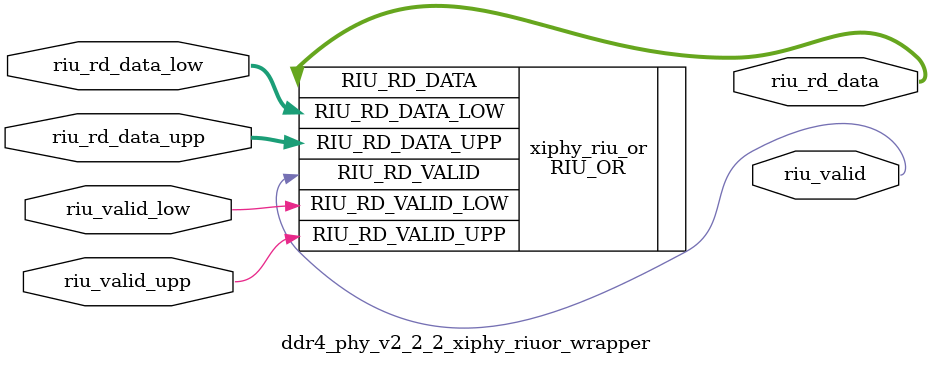
<source format=sv>

`timescale 1ps / 1ps

module ddr4_phy_v2_2_2_xiphy_riuor_wrapper # (
   parameter           SIM_DEVICE            = "ULTRASCALE"
) (
  input  [15:0]  riu_rd_data_low,    // Lower nibble RIU rd_data 
  input  [15:0]  riu_rd_data_upp,    // Upper nibble RIU rd_data 
  input          riu_valid_low,      // Lower nibble RIU riu2clb_valid 
  input          riu_valid_upp,      // Upper nibble RIU riu2clb_valid
  output [15:0]  riu_rd_data,        // ORed lower and upper RIU rd_data      
  output         riu_valid           // ORed lower and upper RIU write valid      
);

`ifdef ULTRASCALE_PHY_BLH
B_RIU_OR
`else
RIU_OR  # (
   .SIM_DEVICE   (SIM_DEVICE)
) 
`endif
  xiphy_riu_or
(
   .RIU_RD_DATA_LOW         (riu_rd_data_low),
   .RIU_RD_DATA_UPP         (riu_rd_data_upp),
   .RIU_RD_VALID_LOW        (riu_valid_low),
   .RIU_RD_VALID_UPP        (riu_valid_upp),
   .RIU_RD_DATA             (riu_rd_data),
   .RIU_RD_VALID            (riu_valid)
);

endmodule


</source>
